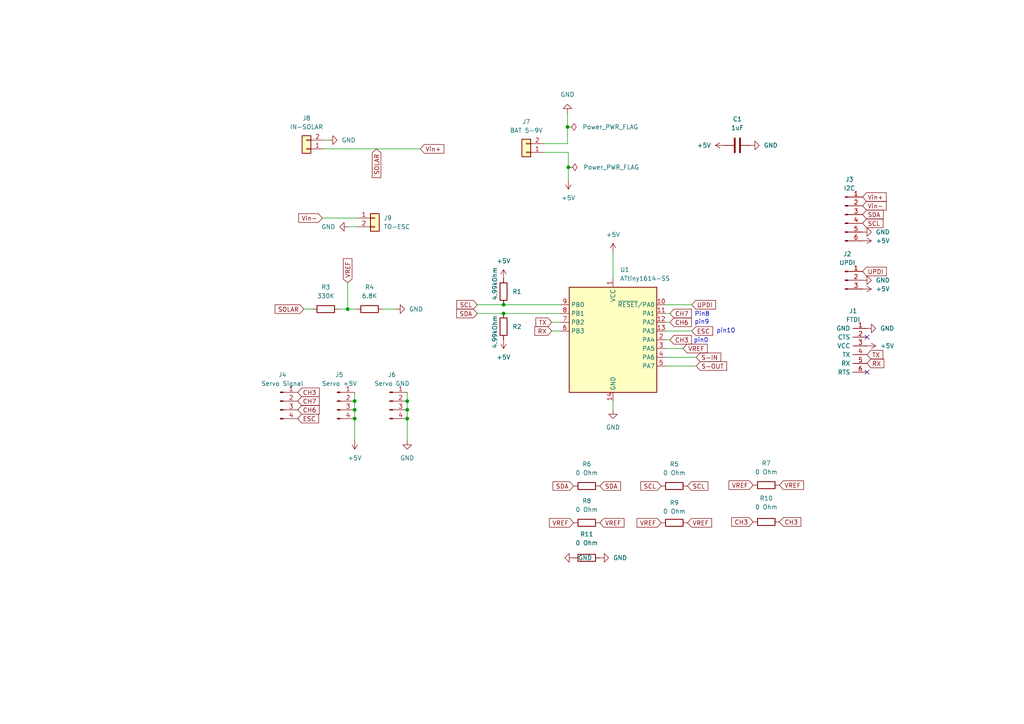
<source format=kicad_sch>
(kicad_sch (version 20211123) (generator eeschema)
  (paper "A4")
  (lib_symbols
    (symbol "Connector_Generic:Conn_01x02" (pin_names (offset 1.016) hide)
      (property "Reference" "J" (at 0 2.54 0))
      (property "Value" "Conn_01x02" (at 0 -5.08 0))
      (symbol "Conn_01x02_1_1"
        (rectangle (start -1.27 -2.413) (end 0 -2.667) (stroke (width 0.1524)))
        (rectangle (start -1.27 0.127) (end 0 -0.127) (stroke (width 0.1524)))
        (rectangle (start -1.27 1.27) (end 1.27 -3.81) (stroke (width 0.254)) (fill (type background)))
        (pin passive line (at -5.08 0 0) (length 3.81) (name "Pin_1") (number "1"))
        (pin passive line (at -5.08 -2.54 0) (length 3.81) (name "Pin_2") (number "2"))
      )
    )
    (symbol "Device:R" (pin_numbers hide) (pin_names (offset 0))
      (property "Reference" "R" (at 2.032 0 90))
      (property "Value" "R" (at 0 0 90))
      (symbol "R_0_1"
        (rectangle (start -1.016 -2.54) (end 1.016 2.54) (stroke (width 0.254)))
      )
      (symbol "R_1_1"
        (pin passive line (at 0 3.81 270) (length 1.27) (name "~") (number "1"))
        (pin passive line (at 0 -3.81 90) (length 1.27) (name "~") (number "2"))
      )
    )
    (symbol "MCU_Microchip_ATtiny:ATtiny1614-SS"
      (property "Reference" "U" (at -12.7 16.51 0))
      (property "Value" "ATtiny1614-SS" (at 2.54 -16.51 0))
      (symbol "ATtiny1614-SS_0_1"
        (rectangle (start -12.7 -15.24) (end 12.7 15.24) (stroke (width 0.254)) (fill (type background)))
      )
      (symbol "ATtiny1614-SS_1_1"
        (pin power_in line (at 0 17.78 270) (length 2.54) (name "VCC") (number "1"))
        (pin bidirectional line (at 15.24 10.16 180) (length 2.54) (name "~{RESET}/PA0") (number "10"))
        (pin bidirectional line (at 15.24 7.62 180) (length 2.54) (name "PA1") (number "11"))
        (pin bidirectional line (at 15.24 5.08 180) (length 2.54) (name "PA2") (number "12"))
        (pin bidirectional line (at 15.24 2.54 180) (length 2.54) (name "PA3") (number "13"))
        (pin power_in line (at 0 -17.78 90) (length 2.54) (name "GND") (number "14"))
        (pin bidirectional line (at 15.24 0 180) (length 2.54) (name "PA4") (number "2"))
        (pin bidirectional line (at 15.24 -2.54 180) (length 2.54) (name "PA5") (number "3"))
        (pin bidirectional line (at 15.24 -5.08 180) (length 2.54) (name "PA6") (number "4"))
        (pin bidirectional line (at 15.24 -7.62 180) (length 2.54) (name "PA7") (number "5"))
        (pin bidirectional line (at -15.24 2.54 0) (length 2.54) (name "PB3") (number "6"))
        (pin bidirectional line (at -15.24 5.08 0) (length 2.54) (name "PB2") (number "7"))
        (pin bidirectional line (at -15.24 7.62 0) (length 2.54) (name "PB1") (number "8"))
        (pin bidirectional line (at -15.24 10.16 0) (length 2.54) (name "PB0") (number "9"))
      )
    )
    (symbol "fab.kicad_sym:C" (pin_numbers hide) (pin_names (offset 0.254))
      (property "Reference" "C" (at 0.635 2.54 0))
      (property "Value" "C" (at 0.635 -2.54 0))
      (symbol "C_0_1"
        (polyline (pts (xy -2.032 -0.762) (xy 2.032 -0.762)) (stroke (width 0.508)))
        (polyline (pts (xy -2.032 0.762) (xy 2.032 0.762)) (stroke (width 0.508)))
      )
      (symbol "C_1_1"
        (pin passive line (at 0 3.81 270) (length 2.794) (name "~") (number "1"))
        (pin passive line (at 0 -3.81 90) (length 2.794) (name "~") (number "2"))
      )
    )
    (symbol "fab.kicad_sym:Conn_PinHeader_1x03_P2.54mm_Horizontal_SMD" (pin_names (offset 1.016) hide)
      (property "Reference" "J" (at 0 5.08 0))
      (property "Value" "Conn_PinHeader_1x03_P2.54mm_Horizontal_SMD" (at 0 -5.08 0))
      (symbol "Conn_PinHeader_1x03_P2.54mm_Horizontal_SMD_1_1"
        (polyline (pts (xy 1.27 -2.54) (xy 0.8636 -2.54)) (stroke (width 0.1524)))
        (polyline (pts (xy 1.27 0) (xy 0.8636 0)) (stroke (width 0.1524)))
        (polyline (pts (xy 1.27 2.54) (xy 0.8636 2.54)) (stroke (width 0.1524)))
        (rectangle (start 0.8636 -2.413) (end 0 -2.667) (stroke (width 0.1524)) (fill (type outline)))
        (rectangle (start 0.8636 0.127) (end 0 -0.127) (stroke (width 0.1524)) (fill (type outline)))
        (rectangle (start 0.8636 2.667) (end 0 2.413) (stroke (width 0.1524)) (fill (type outline)))
        (pin passive line (at 5.08 2.54 180) (length 3.81) (name "Pin_1") (number "1"))
        (pin passive line (at 5.08 0 180) (length 3.81) (name "Pin_2") (number "2"))
        (pin passive line (at 5.08 -2.54 180) (length 3.81) (name "Pin_3") (number "3"))
      )
    )
    (symbol "fab.kicad_sym:Conn_PinHeader_1x04_P2.54mm_Vertical_THT_D1mm" (pin_names (offset 1.016) hide)
      (property "Reference" "J" (at 0 5.08 0))
      (property "Value" "Conn_PinHeader_1x04_P2.54mm_Vertical_THT_D1mm" (at 0 -7.62 0))
      (symbol "Conn_PinHeader_1x04_P2.54mm_Vertical_THT_D1mm_1_1"
        (polyline (pts (xy 1.27 -5.08) (xy 0.8636 -5.08)) (stroke (width 0.1524)))
        (polyline (pts (xy 1.27 -2.54) (xy 0.8636 -2.54)) (stroke (width 0.1524)))
        (polyline (pts (xy 1.27 0) (xy 0.8636 0)) (stroke (width 0.1524)))
        (polyline (pts (xy 1.27 2.54) (xy 0.8636 2.54)) (stroke (width 0.1524)))
        (rectangle (start 0.8636 -4.953) (end 0 -5.207) (stroke (width 0.1524)) (fill (type outline)))
        (rectangle (start 0.8636 -2.413) (end 0 -2.667) (stroke (width 0.1524)) (fill (type outline)))
        (rectangle (start 0.8636 0.127) (end 0 -0.127) (stroke (width 0.1524)) (fill (type outline)))
        (rectangle (start 0.8636 2.667) (end 0 2.413) (stroke (width 0.1524)) (fill (type outline)))
        (pin passive line (at 5.08 2.54 180) (length 3.81) (name "Pin_1") (number "1"))
        (pin passive line (at 5.08 0 180) (length 3.81) (name "Pin_2") (number "2"))
        (pin passive line (at 5.08 -2.54 180) (length 3.81) (name "Pin_3") (number "3"))
        (pin passive line (at 5.08 -5.08 180) (length 3.81) (name "Pin_4") (number "4"))
      )
    )
    (symbol "fab.kicad_sym:Conn_PinHeader_1x06_P2.54mm_Vertical_THT_D1mm" (pin_names (offset 1.016) hide)
      (property "Reference" "J" (at 0 7.62 0))
      (property "Value" "Conn_PinHeader_1x06_P2.54mm_Vertical_THT_D1mm" (at 0 -10.16 0))
      (symbol "Conn_PinHeader_1x06_P2.54mm_Vertical_THT_D1mm_1_1"
        (polyline (pts (xy 1.27 -7.62) (xy 0.8636 -7.62)) (stroke (width 0.1524)))
        (polyline (pts (xy 1.27 -5.08) (xy 0.8636 -5.08)) (stroke (width 0.1524)))
        (polyline (pts (xy 1.27 -2.54) (xy 0.8636 -2.54)) (stroke (width 0.1524)))
        (polyline (pts (xy 1.27 0) (xy 0.8636 0)) (stroke (width 0.1524)))
        (polyline (pts (xy 1.27 2.54) (xy 0.8636 2.54)) (stroke (width 0.1524)))
        (polyline (pts (xy 1.27 5.08) (xy 0.8636 5.08)) (stroke (width 0.1524)))
        (rectangle (start 0.8636 -7.493) (end 0 -7.747) (stroke (width 0.1524)) (fill (type outline)))
        (rectangle (start 0.8636 -4.953) (end 0 -5.207) (stroke (width 0.1524)) (fill (type outline)))
        (rectangle (start 0.8636 -2.413) (end 0 -2.667) (stroke (width 0.1524)) (fill (type outline)))
        (rectangle (start 0.8636 0.127) (end 0 -0.127) (stroke (width 0.1524)) (fill (type outline)))
        (rectangle (start 0.8636 2.667) (end 0 2.413) (stroke (width 0.1524)) (fill (type outline)))
        (rectangle (start 0.8636 5.207) (end 0 4.953) (stroke (width 0.1524)) (fill (type outline)))
        (pin passive line (at 5.08 5.08 180) (length 3.81) (name "Pin_1") (number "1"))
        (pin passive line (at 5.08 2.54 180) (length 3.81) (name "Pin_2") (number "2"))
        (pin passive line (at 5.08 0 180) (length 3.81) (name "Pin_3") (number "3"))
        (pin passive line (at 5.08 -2.54 180) (length 3.81) (name "Pin_4") (number "4"))
        (pin passive line (at 5.08 -5.08 180) (length 3.81) (name "Pin_5") (number "5"))
        (pin passive line (at 5.08 -7.62 180) (length 3.81) (name "Pin_6") (number "6"))
      )
    )
    (symbol "fab.kicad_sym:Conn_PinHeader_FTDI_1x06_P2.54mm_Horizontal_SMD" (pin_names (offset 1.016))
      (property "Reference" "J" (at 0 7.62 0))
      (property "Value" "Conn_PinHeader_FTDI_1x06_P2.54mm_Horizontal_SMD" (at 0 -10.16 0))
      (symbol "Conn_PinHeader_FTDI_1x06_P2.54mm_Horizontal_SMD_1_1"
        (polyline (pts (xy 1.27 -7.62) (xy 0.8636 -7.62)) (stroke (width 0.1524)))
        (polyline (pts (xy 1.27 -5.08) (xy 0.8636 -5.08)) (stroke (width 0.1524)))
        (polyline (pts (xy 1.27 -2.54) (xy 0.8636 -2.54)) (stroke (width 0.1524)))
        (polyline (pts (xy 1.27 0) (xy 0.8636 0)) (stroke (width 0.1524)))
        (polyline (pts (xy 1.27 2.54) (xy 0.8636 2.54)) (stroke (width 0.1524)))
        (polyline (pts (xy 1.27 5.08) (xy 0.8636 5.08)) (stroke (width 0.1524)))
        (pin passive line (at 5.08 5.08 180) (length 3.81) (name "GND") (number "1"))
        (pin passive line (at 5.08 2.54 180) (length 3.81) (name "CTS") (number "2"))
        (pin passive line (at 5.08 0 180) (length 3.81) (name "VCC") (number "3"))
        (pin passive line (at 5.08 -2.54 180) (length 3.81) (name "TX") (number "4"))
        (pin passive line (at 5.08 -5.08 180) (length 3.81) (name "RX") (number "5"))
        (pin passive line (at 5.08 -7.62 180) (length 3.81) (name "RTS") (number "6"))
      )
    )
    (symbol "fab.kicad_sym:Power_PWR_FLAG" (power) (pin_numbers hide) (pin_names (offset 0) hide)
      (property "Value" "Power_PWR_FLAG" (at 0 3.81 0))
      (symbol "Power_PWR_FLAG_0_0"
        (pin power_out line (at 0 0 90) (length 0) (name "pwr") (number "1"))
      )
      (symbol "Power_PWR_FLAG_0_1"
        (polyline (pts (xy 0 0) (xy 0 1.27) (xy -1.016 1.905) (xy 0 2.54) (xy 1.016 1.905) (xy 0 1.27)))
      )
    )
    (symbol "fab.kicad_sym:R" (pin_numbers hide) (pin_names (offset 0))
      (property "Reference" "R" (at 2.032 0 90))
      (property "Value" "R" (at 0 0 90))
      (symbol "R_0_1"
        (rectangle (start -1.016 -2.54) (end 1.016 2.54) (stroke (width 0.254)))
      )
      (symbol "R_1_1"
        (pin passive line (at 0 3.81 270) (length 1.27) (name "~") (number "1"))
        (pin passive line (at 0 -3.81 90) (length 1.27) (name "~") (number "2"))
      )
    )
    (symbol "power:+5V" (power) (pin_names (offset 0))
      (property "Value" "+5V" (at 0 3.556 0))
      (symbol "+5V_0_1"
        (polyline (pts (xy -0.762 1.27) (xy 0 2.54)))
        (polyline (pts (xy 0 0) (xy 0 2.54)))
        (polyline (pts (xy 0 2.54) (xy 0.762 1.27)))
      )
      (symbol "+5V_1_1"
        (pin power_in line (at 0 0 90) (length 0) hide (name "+5V") (number "1"))
      )
    )
    (symbol "power:GND" (power) (pin_names (offset 0))
      (property "Value" "GND" (at 0 -3.81 0))
      (symbol "GND_0_1"
        (polyline (pts (xy 0 0) (xy 0 -1.27) (xy 1.27 -1.27) (xy 0 -2.54) (xy -1.27 -1.27) (xy 0 -1.27)))
      )
      (symbol "GND_1_1"
        (pin power_in line (at 0 0 270) (length 0) hide (name "GND") (number "1"))
      )
    )
  )
  (junction (at 102.87 121.412))
  (junction (at 118.11 121.412))
  (junction (at 102.87 118.872))
  (junction (at 100.838 89.662))
  (junction (at 146.05 90.932))
  (junction (at 118.11 116.332))
  (junction (at 102.87 116.332))
  (junction (at 146.05 88.392))
  (junction (at 164.592 36.83))
  (junction (at 118.11 118.872))
  (junction (at 164.846 48.514))
  (no_connect (at 251.46 107.95))
  (no_connect (at 251.46 97.79))
  (wire (pts (xy 93.98 43.18) (xy 121.92 43.18)))
  (wire (pts (xy 201.93 106.172) (xy 193.04 106.172)))
  (wire (pts (xy 194.31 90.932) (xy 193.04 90.932)))
  (wire (pts (xy 164.846 48.514) (xy 164.846 52.324)))
  (wire (pts (xy 164.592 36.83) (xy 164.592 41.656)))
  (wire (pts (xy 103.632 65.786) (xy 101.092 65.786)))
  (wire (pts (xy 200.66 88.392) (xy 193.04 88.392)))
  (wire (pts (xy 201.93 103.632) (xy 193.04 103.632)))
  (wire (pts (xy 177.8 118.872) (xy 177.8 116.332)))
  (wire (pts (xy 100.838 82.042) (xy 100.838 89.662)))
  (wire (pts (xy 164.592 32.766) (xy 164.592 36.83)))
  (wire (pts (xy 146.05 90.932) (xy 162.56 90.932)))
  (wire (pts (xy 93.98 40.64) (xy 95.25 40.64)))
  (wire (pts (xy 177.8 73.152) (xy 177.8 80.772)))
  (wire (pts (xy 160.02 93.472) (xy 162.56 93.472)))
  (wire (pts (xy 102.87 113.792) (xy 102.87 116.332)))
  (wire (pts (xy 118.11 113.792) (xy 118.11 116.332)))
  (wire (pts (xy 164.846 44.196) (xy 164.846 48.514)))
  (wire (pts (xy 100.838 89.662) (xy 103.378 89.662)))
  (wire (pts (xy 157.734 44.196) (xy 164.846 44.196)))
  (wire (pts (xy 102.87 118.872) (xy 102.87 121.412)))
  (wire (pts (xy 194.31 98.552) (xy 193.04 98.552)))
  (wire (pts (xy 146.05 88.392) (xy 162.56 88.392)))
  (wire (pts (xy 102.87 116.332) (xy 102.87 118.872)))
  (wire (pts (xy 93.472 63.246) (xy 103.632 63.246)))
  (wire (pts (xy 200.66 96.012) (xy 193.04 96.012)))
  (wire (pts (xy 102.87 121.412) (xy 102.87 127.762)))
  (wire (pts (xy 193.04 101.092) (xy 198.12 101.092)))
  (wire (pts (xy 118.11 121.412) (xy 118.11 127.762)))
  (wire (pts (xy 194.31 93.472) (xy 193.04 93.472)))
  (wire (pts (xy 98.298 89.662) (xy 100.838 89.662)))
  (wire (pts (xy 138.43 90.932) (xy 146.05 90.932)))
  (wire (pts (xy 118.11 118.872) (xy 118.11 121.412)))
  (wire (pts (xy 88.138 89.662) (xy 90.678 89.662)))
  (wire (pts (xy 110.998 89.662) (xy 114.808 89.662)))
  (wire (pts (xy 157.734 41.656) (xy 164.592 41.656)))
  (wire (pts (xy 118.11 116.332) (xy 118.11 118.872)))
  (wire (pts (xy 138.43 88.392) (xy 146.05 88.392)))
  (wire (pts (xy 160.02 96.012) (xy 162.56 96.012)))
  (text "Pin8" (at 201.422 91.948 0) (effects (font (size 1.27 1.27)) (justify left bottom)))
  (text "pin10" (at 207.772 96.774 0) (effects (font (size 1.27 1.27)) (justify left bottom)))
  (text "pin0" (at 201.168 99.568 0) (effects (font (size 1.27 1.27)) (justify left bottom)))
  (text "pin9" (at 201.422 94.234 0) (effects (font (size 1.27 1.27)) (justify left bottom)))
  (global_label "Vin-" (shape input) (at 93.472 63.246 180) (property "Intersheet References" "${INTERSHEET_REFS}" (effects hide)))
  (global_label "ESC" (shape input) (at 86.36 121.412 0) (property "Intersheet References" "${INTERSHEET_REFS}" (effects hide)))
  (global_label "SOLAR" (shape input) (at 88.138 89.662 180) (property "Intersheet References" "${INTERSHEET_REFS}" (effects hide)))
  (global_label "Vin+" (shape input) (at 121.92 43.18 0) (property "Intersheet References" "${INTERSHEET_REFS}" (effects hide)))
  (global_label "CH3" (shape input) (at 218.44 151.384 180) (property "Intersheet References" "${INTERSHEET_REFS}" (effects hide)))
  (global_label "CH7" (shape input) (at 194.31 90.932 0) (property "Intersheet References" "${INTERSHEET_REFS}" (effects hide)))
  (global_label "SDA" (shape input) (at 166.37 140.97 180) (property "Intersheet References" "${INTERSHEET_REFS}" (effects hide)))
  (global_label "CH3" (shape input) (at 86.36 113.792 0) (property "Intersheet References" "${INTERSHEET_REFS}" (effects hide)))
  (global_label "ESC" (shape input) (at 200.66 96.012 0) (property "Intersheet References" "${INTERSHEET_REFS}" (effects hide)))
  (global_label "Vin-" (shape input) (at 250.19 59.69 0) (property "Intersheet References" "${INTERSHEET_REFS}" (effects hide)))
  (global_label "TX" (shape input) (at 160.02 93.472 180) (property "Intersheet References" "${INTERSHEET_REFS}" (effects hide)))
  (global_label "SDA" (shape input) (at 250.19 62.23 0) (property "Intersheet References" "${INTERSHEET_REFS}" (effects hide)))
  (global_label "SDA" (shape input) (at 173.99 140.97 0) (property "Intersheet References" "${INTERSHEET_REFS}" (effects hide)))
  (global_label "VREF" (shape input) (at 166.37 151.638 180) (property "Intersheet References" "${INTERSHEET_REFS}" (effects hide)))
  (global_label "SCL" (shape input) (at 191.77 140.97 180) (property "Intersheet References" "${INTERSHEET_REFS}" (effects hide)))
  (global_label "SOLAR" (shape input) (at 109.22 43.18 270) (property "Intersheet References" "${INTERSHEET_REFS}" (effects hide)))
  (global_label "CH3" (shape input) (at 194.31 98.552 0) (property "Intersheet References" "${INTERSHEET_REFS}" (effects hide)))
  (global_label "CH3" (shape input) (at 226.06 151.384 0) (property "Intersheet References" "${INTERSHEET_REFS}" (effects hide)))
  (global_label "SCL" (shape input) (at 250.19 64.77 0) (property "Intersheet References" "${INTERSHEET_REFS}" (effects hide)))
  (global_label "VREF" (shape input) (at 173.99 151.638 0) (property "Intersheet References" "${INTERSHEET_REFS}" (effects hide)))
  (global_label "VREF" (shape input) (at 218.44 140.716 180) (property "Intersheet References" "${INTERSHEET_REFS}" (effects hide)))
  (global_label "CH6" (shape input) (at 86.36 118.872 0) (property "Intersheet References" "${INTERSHEET_REFS}" (effects hide)))
  (global_label "SCL" (shape input) (at 138.43 88.392 180) (property "Intersheet References" "${INTERSHEET_REFS}" (effects hide)))
  (global_label "S-IN" (shape input) (at 201.93 103.632 0) (property "Intersheet References" "${INTERSHEET_REFS}" (effects hide)))
  (global_label "CH7" (shape input) (at 86.36 116.332 0) (property "Intersheet References" "${INTERSHEET_REFS}" (effects hide)))
  (global_label "VREF" (shape input) (at 191.77 151.638 180) (property "Intersheet References" "${INTERSHEET_REFS}" (effects hide)))
  (global_label "RX" (shape input) (at 251.46 105.41 0) (property "Intersheet References" "${INTERSHEET_REFS}" (effects hide)))
  (global_label "S-OUT" (shape input) (at 201.93 106.172 0) (property "Intersheet References" "${INTERSHEET_REFS}" (effects hide)))
  (global_label "SDA" (shape input) (at 138.43 90.932 180) (property "Intersheet References" "${INTERSHEET_REFS}" (effects hide)))
  (global_label "VREF" (shape input) (at 226.06 140.716 0) (property "Intersheet References" "${INTERSHEET_REFS}" (effects hide)))
  (global_label "TX" (shape input) (at 251.46 102.87 0) (property "Intersheet References" "${INTERSHEET_REFS}" (effects hide)))
  (global_label "VREF" (shape input) (at 199.39 151.638 0) (property "Intersheet References" "${INTERSHEET_REFS}" (effects hide)))
  (global_label "UPDI" (shape input) (at 250.19 78.74 0) (property "Intersheet References" "${INTERSHEET_REFS}" (effects hide)))
  (global_label "CH6" (shape input) (at 194.31 93.472 0) (property "Intersheet References" "${INTERSHEET_REFS}" (effects hide)))
  (global_label "UPDI" (shape input) (at 200.66 88.392 0) (property "Intersheet References" "${INTERSHEET_REFS}" (effects hide)))
  (global_label "Vin+" (shape input) (at 250.19 57.15 0) (property "Intersheet References" "${INTERSHEET_REFS}" (effects hide)))
  (global_label "RX" (shape input) (at 160.02 96.012 180) (property "Intersheet References" "${INTERSHEET_REFS}" (effects hide)))
  (global_label "VREF" (shape input) (at 100.838 82.042 90) (property "Intersheet References" "${INTERSHEET_REFS}" (effects hide)))
  (global_label "SCL" (shape input) (at 199.39 140.97 0) (property "Intersheet References" "${INTERSHEET_REFS}" (effects hide)))
  (global_label "VREF" (shape input) (at 198.12 101.092 0) (property "Intersheet References" "${INTERSHEET_REFS}" (effects hide)))
  (symbol (lib_id "Device:R") (at 170.18 151.638 270) (unit 1)
    (property "Reference" "R8" (at 170.18 145.288 90))
    (property "Value" "0 Ohm" (at 170.18 147.828 90))
    (property "Footprint" "fab:R_1206" (effects hide))
  )
  (symbol (lib_id "power:GND") (at 166.37 161.798 270) (unit 1)
    (property "Reference" "#PWR0120" (effects hide))
    (property "Value" "GND" (at 167.64 161.7979 90) (effects (justify left)))
  )
  (symbol (lib_id "Device:R") (at 222.25 140.716 270) (unit 1)
    (property "Reference" "R7" (at 222.25 134.366 90))
    (property "Value" "0 Ohm" (at 222.25 136.906 90))
    (property "Footprint" "fab:R_1206" (effects hide))
  )
  (symbol (lib_id "fab.kicad_sym:Conn_PinHeader_1x04_P2.54mm_Vertical_THT_D1mm") (at 113.03 116.332 0) (unit 1)
    (property "Reference" "J6" (at 113.665 108.712 0))
    (property "Value" "Servo GND" (at 113.665 111.252 0))
    (property "Footprint" "fab:PinHeader_1x04_P2.54mm_Vertical_THT_D1mm" (effects hide))
  )
  (symbol (lib_id "Device:R") (at 195.58 140.97 270) (unit 1)
    (property "Reference" "R5" (at 195.58 134.62 90))
    (property "Value" "0 Ohm" (at 195.58 137.16 90))
    (property "Footprint" "fab:R_1206" (effects hide))
  )
  (symbol (lib_id "fab.kicad_sym:R") (at 94.488 89.662 90) (unit 1)
    (property "Reference" "R3" (at 94.488 83.312 90))
    (property "Value" "330K" (at 94.488 85.852 90))
    (property "Footprint" "fab:R_1206" (effects hide))
  )
  (symbol (lib_id "fab.kicad_sym:Conn_PinHeader_1x06_P2.54mm_Vertical_THT_D1mm") (at 245.11 62.23 0) (unit 1)
    (property "Reference" "J3" (at 246.38 52.07 0))
    (property "Value" "I2C" (at 246.38 54.61 0))
    (property "Footprint" "fab:PinHeader_1x06_P2.54mm_Vertical_THT_D1mm" (effects hide))
    (property "Datasheet" "https://media.digikey.com/PDF/Data%20Sheets/Sullins%20PDFs/xRxCzzzSxxN-RC_ST_11635-B.pdf" (effects hide))
  )
  (symbol (lib_id "power:GND") (at 217.678 42.164 90) (unit 1)
    (property "Reference" "#PWR0108" (effects hide))
    (property "Value" "GND" (at 221.488 42.1639 90) (effects (justify right)))
  )
  (symbol (lib_id "power:+5V") (at 210.058 42.164 90) (unit 1)
    (property "Reference" "#PWR0117" (effects hide))
    (property "Value" "+5V" (at 206.248 42.1639 90) (effects (justify left)))
  )
  (symbol (lib_id "power:GND") (at 250.19 67.31 90) (unit 1)
    (property "Reference" "#PWR0111" (effects hide))
    (property "Value" "GND" (at 254 67.3099 90) (effects (justify right)))
  )
  (symbol (lib_id "power:GND") (at 101.092 65.786 270) (unit 1)
    (property "Reference" "#PWR0121" (effects hide))
    (property "Value" "GND" (at 97.282 65.7859 90) (effects (justify right)))
  )
  (symbol (lib_id "fab.kicad_sym:Power_PWR_FLAG") (at 164.592 36.83 270) (unit 1)
    (property "Reference" "#FLG0102" (effects hide))
    (property "Value" "Power_PWR_FLAG" (at 168.91 36.8299 90) (effects (justify left)))
  )
  (symbol (lib_id "Connector_Generic:Conn_01x02") (at 108.712 63.246 0) (unit 1)
    (property "Reference" "J9" (at 111.252 63.2459 0) (effects (justify left)))
    (property "Value" "TO-ESC" (at 111.252 65.7859 0) (effects (justify left)))
    (property "Footprint" "Connector_AMASS:AMASS_XT60-F_1x02_P7.20mm_Vertical" (effects hide))
  )
  (symbol (lib_id "fab.kicad_sym:R") (at 107.188 89.662 90) (unit 1)
    (property "Reference" "R4" (at 107.188 83.312 90))
    (property "Value" "6.8K" (at 107.188 85.852 90))
    (property "Footprint" "fab:R_1206" (effects hide))
  )
  (symbol (lib_id "fab.kicad_sym:Power_PWR_FLAG") (at 164.846 48.514 270) (unit 1)
    (property "Reference" "#FLG0101" (effects hide))
    (property "Value" "Power_PWR_FLAG" (at 169.164 48.5139 90) (effects (justify left)))
  )
  (symbol (lib_id "Device:R") (at 195.58 151.638 270) (unit 1)
    (property "Reference" "R9" (at 195.58 145.796 90))
    (property "Value" "0 Ohm" (at 195.58 148.336 90))
    (property "Footprint" "fab:R_1206" (effects hide))
  )
  (symbol (lib_id "power:GND") (at 173.99 161.798 90) (unit 1)
    (property "Reference" "#PWR0119" (effects hide))
    (property "Value" "GND" (at 177.8 161.7979 90) (effects (justify right)))
  )
  (symbol (lib_id "Connector_Generic:Conn_01x02") (at 152.654 44.196 180) (unit 1)
    (property "Reference" "J7" (at 152.654 35.306 0))
    (property "Value" "BAT 5-9V" (at 152.654 37.846 0))
    (property "Footprint" "Connector_JST:JST_XH_B2B-XH-A_1x02_P2.50mm_Vertical" (effects hide))
  )
  (symbol (lib_id "Device:R") (at 146.05 84.582 0) (unit 1)
    (property "Reference" "R1" (at 148.59 84.582 0) (effects (justify left)))
    (property "Value" "4.99kOhm" (at 143.51 87.122 90) (effects (justify left)))
    (property "Footprint" "fab:R_1206" (effects hide))
  )
  (symbol (lib_id "Device:R") (at 170.18 140.97 270) (unit 1)
    (property "Reference" "R6" (at 170.18 134.62 90))
    (property "Value" "0 Ohm" (at 170.18 137.16 90))
    (property "Footprint" "fab:R_1206" (effects hide))
  )
  (symbol (lib_id "power:+5V") (at 164.846 52.324 180) (unit 1)
    (property "Reference" "#PWR0114" (effects hide))
    (property "Value" "+5V" (at 164.846 57.404 0))
  )
  (symbol (lib_id "power:GND") (at 164.592 32.766 180) (unit 1)
    (property "Reference" "#PWR0113" (effects hide))
    (property "Value" "GND" (at 164.592 27.432 0))
  )
  (symbol (lib_id "power:GND") (at 177.8 118.872 0) (unit 1)
    (property "Reference" "#PWR0116" (effects hide))
    (property "Value" "GND" (at 177.8 123.952 0))
  )
  (symbol (lib_id "Device:R") (at 222.25 151.384 270) (unit 1)
    (property "Reference" "R10" (at 222.25 144.526 90))
    (property "Value" "0 Ohm" (at 222.25 147.066 90))
    (property "Footprint" "fab:R_1206" (effects hide))
  )
  (symbol (lib_id "power:+5V") (at 250.19 83.82 270) (unit 1)
    (property "Reference" "#PWR0109" (effects hide))
    (property "Value" "+5V" (at 254 83.8199 90) (effects (justify left)))
  )
  (symbol (lib_id "power:+5V") (at 250.19 69.85 270) (unit 1)
    (property "Reference" "#PWR0112" (effects hide))
    (property "Value" "+5V" (at 254 69.8499 90) (effects (justify left)))
  )
  (symbol (lib_id "power:GND") (at 250.19 81.28 90) (unit 1)
    (property "Reference" "#PWR0110" (effects hide))
    (property "Value" "GND" (at 254 81.2799 90) (effects (justify right)))
  )
  (symbol (lib_id "power:+5V") (at 177.8 73.152 0) (unit 1)
    (property "Reference" "#PWR0115" (effects hide))
    (property "Value" "+5V" (at 177.8 68.072 0))
  )
  (symbol (lib_id "Connector_Generic:Conn_01x02") (at 88.9 43.18 180) (unit 1)
    (property "Reference" "J8" (at 88.9 34.29 0))
    (property "Value" "IN-SOLAR" (at 88.9 36.83 0))
    (property "Footprint" "Connector_AMASS:AMASS_XT60-F_1x02_P7.20mm_Vertical" (effects hide))
  )
  (symbol (lib_id "power:+5V") (at 102.87 127.762 180) (unit 1)
    (property "Reference" "#PWR0101" (effects hide))
    (property "Value" "+5V" (at 102.87 132.842 0))
  )
  (symbol (lib_id "power:+5V") (at 146.05 80.772 0) (unit 1)
    (property "Reference" "#PWR0105" (effects hide))
    (property "Value" "+5V" (at 146.05 75.692 0))
  )
  (symbol (lib_id "fab.kicad_sym:Conn_PinHeader_1x04_P2.54mm_Vertical_THT_D1mm") (at 81.28 116.332 0) (unit 1)
    (property "Reference" "J4" (at 81.915 108.712 0))
    (property "Value" "Servo Signal" (at 81.915 111.252 0))
    (property "Footprint" "fab:PinHeader_1x04_P2.54mm_Vertical_THT_D1mm" (effects hide))
  )
  (symbol (lib_id "power:+5V") (at 146.05 98.552 180) (unit 1)
    (property "Reference" "#PWR0104" (effects hide))
    (property "Value" "+5V" (at 146.05 103.632 0))
  )
  (symbol (lib_id "fab.kicad_sym:Conn_PinHeader_1x03_P2.54mm_Horizontal_SMD") (at 245.11 81.28 0) (unit 1)
    (property "Reference" "J2" (at 245.745 73.66 0))
    (property "Value" "UPDI" (at 245.745 76.2 0))
    (property "Footprint" "fab:PinHeader_1x03_P2.54mm_Vertical_THT_D1mm" (effects hide))
  )
  (symbol (lib_id "fab.kicad_sym:C") (at 213.868 42.164 90) (unit 1)
    (property "Reference" "C1" (at 213.868 34.544 90))
    (property "Value" "1uF" (at 213.868 37.084 90))
    (property "Footprint" "fab:C_1206" (effects hide))
  )
  (symbol (lib_id "power:GND") (at 95.25 40.64 90) (unit 1)
    (property "Reference" "#PWR0118" (effects hide))
    (property "Value" "GND" (at 99.06 40.6399 90) (effects (justify right)))
  )
  (symbol (lib_id "MCU_Microchip_ATtiny:ATtiny1614-SS") (at 177.8 98.552 0) (unit 1)
    (property "Reference" "U1" (at 179.8194 78.232 0) (effects (justify left)))
    (property "Value" "ATtiny1614-SS" (at 179.8194 80.772 0) (effects (justify left)))
    (property "Footprint" "Package_SO:SOIC-14_3.9x8.7mm_P1.27mm" (effects hide))
    (property "Datasheet" "http://ww1.microchip.com/downloads/en/DeviceDoc/ATtiny1614-data-sheet-40001995A.pdf" (effects hide))
  )
  (symbol (lib_id "fab.kicad_sym:Conn_PinHeader_1x04_P2.54mm_Vertical_THT_D1mm") (at 97.79 116.332 0) (unit 1)
    (property "Reference" "J5" (at 98.425 108.712 0))
    (property "Value" "Servo +5V" (at 98.425 111.252 0))
    (property "Footprint" "fab:PinHeader_1x04_P2.54mm_Vertical_THT_D1mm" (effects hide))
  )
  (symbol (lib_id "fab.kicad_sym:Conn_PinHeader_FTDI_1x06_P2.54mm_Horizontal_SMD") (at 246.38 100.33 0) (unit 1)
    (property "Reference" "J1" (at 247.4468 90.17 0))
    (property "Value" "FTDI" (at 247.4468 92.71 0))
    (property "Footprint" "fab:PinHeader_1x06_P2.54mm_Vertical_THT_D1mm" (effects hide))
  )
  (symbol (lib_id "power:GND") (at 251.46 95.25 90) (unit 1)
    (property "Reference" "#PWR0106" (effects hide))
    (property "Value" "GND" (at 255.27 95.2499 90) (effects (justify right)))
  )
  (symbol (lib_id "power:GND") (at 114.808 89.662 90) (unit 1)
    (property "Reference" "#PWR0103" (effects hide))
    (property "Value" "GND" (at 118.618 89.6619 90) (effects (justify right)))
  )
  (symbol (lib_id "power:GND") (at 118.11 127.762 0) (unit 1)
    (property "Reference" "#PWR0102" (effects hide))
    (property "Value" "GND" (at 118.11 132.842 0))
  )
  (symbol (lib_id "Device:R") (at 170.18 161.798 270) (unit 1)
    (property "Reference" "R11" (at 170.18 154.94 90))
    (property "Value" "0 Ohm" (at 170.18 157.48 90))
    (property "Footprint" "fab:R_1206" (effects hide))
  )
  (symbol (lib_id "Device:R") (at 146.05 94.742 0) (unit 1)
    (property "Reference" "R2" (at 148.59 94.742 0) (effects (justify left)))
    (property "Value" "4.99kOhm" (at 143.51 101.092 90) (effects (justify left)))
    (property "Footprint" "fab:R_1206" (effects hide))
  )
  (symbol (lib_id "power:+5V") (at 251.46 100.33 270) (unit 1)
    (property "Reference" "#PWR0107" (effects hide))
    (property "Value" "+5V" (at 255.27 100.3299 90) (effects (justify left)))
  )
)
</source>
